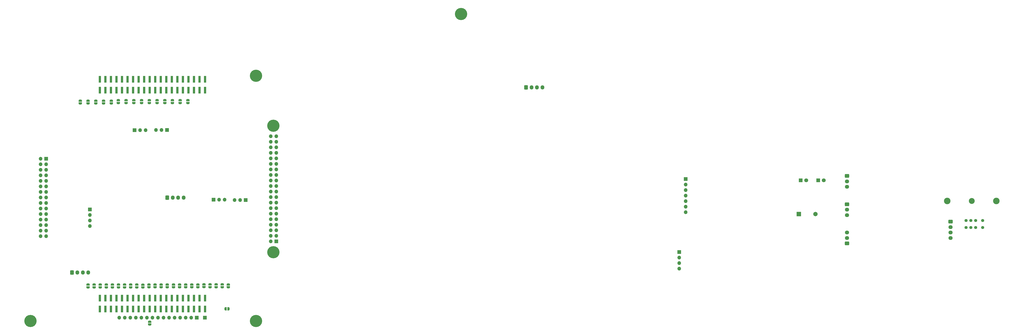
<source format=gbr>
%TF.GenerationSoftware,KiCad,Pcbnew,8.0.3-8.0.3-0~ubuntu22.04.1*%
%TF.CreationDate,2024-07-11T11:22:04+05:30*%
%TF.ProjectId,DUT_Interface_board_v0.2,4455545f-496e-4746-9572-666163655f62,rev?*%
%TF.SameCoordinates,Original*%
%TF.FileFunction,Soldermask,Bot*%
%TF.FilePolarity,Negative*%
%FSLAX46Y46*%
G04 Gerber Fmt 4.6, Leading zero omitted, Abs format (unit mm)*
G04 Created by KiCad (PCBNEW 8.0.3-8.0.3-0~ubuntu22.04.1) date 2024-07-11 11:22:04*
%MOMM*%
%LPD*%
G01*
G04 APERTURE LIST*
G04 Aperture macros list*
%AMRoundRect*
0 Rectangle with rounded corners*
0 $1 Rounding radius*
0 $2 $3 $4 $5 $6 $7 $8 $9 X,Y pos of 4 corners*
0 Add a 4 corners polygon primitive as box body*
4,1,4,$2,$3,$4,$5,$6,$7,$8,$9,$2,$3,0*
0 Add four circle primitives for the rounded corners*
1,1,$1+$1,$2,$3*
1,1,$1+$1,$4,$5*
1,1,$1+$1,$6,$7*
1,1,$1+$1,$8,$9*
0 Add four rect primitives between the rounded corners*
20,1,$1+$1,$2,$3,$4,$5,0*
20,1,$1+$1,$4,$5,$6,$7,0*
20,1,$1+$1,$6,$7,$8,$9,0*
20,1,$1+$1,$8,$9,$2,$3,0*%
%AMFreePoly0*
4,1,19,0.500000,-0.750000,0.000000,-0.750000,0.000000,-0.744911,-0.071157,-0.744911,-0.207708,-0.704816,-0.327430,-0.627875,-0.420627,-0.520320,-0.479746,-0.390866,-0.500000,-0.250000,-0.500000,0.250000,-0.479746,0.390866,-0.420627,0.520320,-0.327430,0.627875,-0.207708,0.704816,-0.071157,0.744911,0.000000,0.744911,0.000000,0.750000,0.500000,0.750000,0.500000,-0.750000,0.500000,-0.750000,
$1*%
%AMFreePoly1*
4,1,19,0.000000,0.744911,0.071157,0.744911,0.207708,0.704816,0.327430,0.627875,0.420627,0.520320,0.479746,0.390866,0.500000,0.250000,0.500000,-0.250000,0.479746,-0.390866,0.420627,-0.520320,0.327430,-0.627875,0.207708,-0.704816,0.071157,-0.744911,0.000000,-0.744911,0.000000,-0.750000,-0.500000,-0.750000,-0.500000,0.750000,0.000000,0.750000,0.000000,0.744911,0.000000,0.744911,
$1*%
G04 Aperture macros list end*
%ADD10RoundRect,0.250000X-0.600000X-0.725000X0.600000X-0.725000X0.600000X0.725000X-0.600000X0.725000X0*%
%ADD11O,1.700000X1.950000*%
%ADD12C,1.400000*%
%ADD13C,5.600000*%
%ADD14R,1.700000X1.700000*%
%ADD15O,1.700000X1.700000*%
%ADD16R,1.800000X1.800000*%
%ADD17C,1.800000*%
%ADD18RoundRect,0.250000X-0.725000X0.600000X-0.725000X-0.600000X0.725000X-0.600000X0.725000X0.600000X0*%
%ADD19O,1.950000X1.700000*%
%ADD20C,2.700000*%
%ADD21C,3.000000*%
%ADD22RoundRect,0.250000X0.725000X-0.600000X0.725000X0.600000X-0.725000X0.600000X-0.725000X-0.600000X0*%
%ADD23R,2.000000X2.000000*%
%ADD24C,2.000000*%
%ADD25FreePoly0,270.000000*%
%ADD26FreePoly1,270.000000*%
%ADD27R,1.000000X3.150000*%
%ADD28FreePoly0,90.000000*%
%ADD29FreePoly1,90.000000*%
%ADD30FreePoly0,180.000000*%
%ADD31FreePoly1,180.000000*%
G04 APERTURE END LIST*
D10*
%TO.C,J17*%
X110950000Y-125310000D03*
D11*
X113450000Y-125310000D03*
X115950000Y-125310000D03*
X118450000Y-125310000D03*
%TD*%
D12*
%TO.C,K1*%
X528700000Y-101500000D03*
X525500000Y-101500000D03*
X523300000Y-101500000D03*
X521100000Y-101500000D03*
X521100000Y-104700000D03*
X523300000Y-104700000D03*
X525500000Y-104700000D03*
X528700000Y-104700000D03*
%TD*%
D10*
%TO.C,J10*%
X319292500Y-40320000D03*
D11*
X321792500Y-40320000D03*
X324292500Y-40320000D03*
X326792500Y-40320000D03*
%TD*%
D13*
%TO.C,H1*%
X289468000Y-6606600D03*
%TD*%
D10*
%TO.C,J19*%
X154679000Y-90982800D03*
D11*
X157179000Y-90982800D03*
X159679000Y-90982800D03*
X162179000Y-90982800D03*
%TD*%
D14*
%TO.C,J5*%
X99160000Y-73090000D03*
D15*
X96620000Y-73090000D03*
X99160000Y-75630000D03*
X96620000Y-75630000D03*
X99160000Y-78170000D03*
X96620000Y-78170000D03*
X99160000Y-80710000D03*
X96620000Y-80710000D03*
X99160000Y-83250000D03*
X96620000Y-83250000D03*
X99160000Y-85790000D03*
X96620000Y-85790000D03*
X99160000Y-88330000D03*
X96620000Y-88330000D03*
X99160000Y-90870000D03*
X96620000Y-90870000D03*
X99160000Y-93410000D03*
X96620000Y-93410000D03*
X99160000Y-95950000D03*
X96620000Y-95950000D03*
X99160000Y-98490000D03*
X96620000Y-98490000D03*
X99160000Y-101030000D03*
X96620000Y-101030000D03*
X99160000Y-103570000D03*
X96620000Y-103570000D03*
X99160000Y-106110000D03*
X96620000Y-106110000D03*
X99160000Y-108650000D03*
X96620000Y-108650000D03*
%TD*%
D13*
%TO.C,H2*%
X203395000Y-116030000D03*
%TD*%
%TO.C,H3*%
X203370000Y-57928221D03*
%TD*%
%TO.C,H5*%
X195376800Y-147574000D03*
%TD*%
D14*
%TO.C,J4*%
X204670000Y-111070000D03*
D15*
X202130000Y-111070000D03*
X204670000Y-108530000D03*
X202130000Y-108530000D03*
X204670000Y-105990000D03*
X202130000Y-105990000D03*
X204670000Y-103450000D03*
X202130000Y-103450000D03*
X204670000Y-100910000D03*
X202130000Y-100910000D03*
X204670000Y-98370000D03*
X202130000Y-98370000D03*
X204670000Y-95830000D03*
X202130000Y-95830000D03*
X204670000Y-93290000D03*
X202130000Y-93290000D03*
X204670000Y-90750000D03*
X202130000Y-90750000D03*
X204670000Y-88210000D03*
X202130000Y-88210000D03*
X204670000Y-85670000D03*
X202130000Y-85670000D03*
X204670000Y-83130000D03*
X202130000Y-83130000D03*
X204670000Y-80590000D03*
X202130000Y-80590000D03*
X204670000Y-78050000D03*
X202130000Y-78050000D03*
X204670000Y-75510000D03*
X202130000Y-75510000D03*
X204670000Y-72970000D03*
X202130000Y-72970000D03*
X204670000Y-70430000D03*
X202130000Y-70430000D03*
X204670000Y-67890000D03*
X202130000Y-67890000D03*
X204670000Y-65350000D03*
X202130000Y-65350000D03*
X204670000Y-62810000D03*
X202130000Y-62810000D03*
%TD*%
D14*
%TO.C,J18*%
X154622000Y-59847800D03*
D15*
X152082000Y-59847800D03*
X149542000Y-59847800D03*
%TD*%
D16*
%TO.C,D5*%
X445285000Y-83000000D03*
D17*
X447825000Y-83000000D03*
%TD*%
D14*
%TO.C,J22*%
X171907200Y-146100800D03*
%TD*%
%TO.C,J3*%
X389500000Y-115960000D03*
D15*
X389500000Y-118500000D03*
X389500000Y-121040000D03*
X389500000Y-123580000D03*
%TD*%
D13*
%TO.C,H6*%
X195376800Y-35026600D03*
%TD*%
%TO.C,H4*%
X91948000Y-147574000D03*
%TD*%
D14*
%TO.C,J24*%
X139692000Y-59997800D03*
D15*
X142232000Y-59997800D03*
X144772000Y-59997800D03*
%TD*%
D14*
%TO.C,J23*%
X175964900Y-91918600D03*
D15*
X178504900Y-91918600D03*
X181044900Y-91918600D03*
%TD*%
D14*
%TO.C,J1*%
X119204600Y-96413400D03*
D15*
X119204600Y-98953400D03*
X119204600Y-101493400D03*
X119204600Y-104033400D03*
%TD*%
D14*
%TO.C,J9*%
X168182000Y-146100800D03*
D15*
X165642000Y-146100800D03*
X163102000Y-146100800D03*
X160562000Y-146100800D03*
X158022000Y-146100800D03*
X155482000Y-146100800D03*
X152942000Y-146100800D03*
X150402000Y-146100800D03*
X147862000Y-146100800D03*
X145322000Y-146100800D03*
X142782000Y-146100800D03*
X140242000Y-146100800D03*
X137702000Y-146100800D03*
X135162000Y-146100800D03*
X132622000Y-146100800D03*
%TD*%
D18*
%TO.C,J12*%
X466500000Y-94000000D03*
D19*
X466500000Y-96500000D03*
X466500000Y-99000000D03*
%TD*%
D16*
%TO.C,D6*%
X453285000Y-83000000D03*
D17*
X455825000Y-83000000D03*
%TD*%
D14*
%TO.C,J16*%
X190642400Y-92033600D03*
D15*
X188102400Y-92033600D03*
X185562400Y-92033600D03*
%TD*%
D18*
%TO.C,J2*%
X514000000Y-102000000D03*
D19*
X514000000Y-104500000D03*
X514000000Y-107000000D03*
X514000000Y-109500000D03*
%TD*%
D20*
%TO.C,F1*%
X523750000Y-92500000D03*
D21*
X535000000Y-92500000D03*
X512500000Y-92500000D03*
%TD*%
D14*
%TO.C,J6*%
X392542500Y-82425000D03*
D15*
X392542500Y-84965000D03*
X392542500Y-87505000D03*
X392542500Y-90045000D03*
X392542500Y-92585000D03*
X392542500Y-95125000D03*
X392542500Y-97665000D03*
%TD*%
D22*
%TO.C,J11*%
X466500000Y-112000000D03*
D19*
X466500000Y-109500000D03*
X466500000Y-107000000D03*
%TD*%
D18*
%TO.C,J13*%
X466500000Y-81000000D03*
D19*
X466500000Y-83500000D03*
X466500000Y-86000000D03*
%TD*%
D23*
%TO.C,BZ1*%
X444423431Y-98470000D03*
D24*
X452023431Y-98470000D03*
%TD*%
D25*
%TO.C,JP51*%
X129548544Y-130860800D03*
D26*
X129548544Y-132160800D03*
%TD*%
D27*
%TO.C,J14*%
X171986000Y-142117600D03*
X171986000Y-137067600D03*
X169446000Y-142117600D03*
X169446000Y-137067600D03*
X166906000Y-142117600D03*
X166906000Y-137067600D03*
X164366000Y-142117600D03*
X164366000Y-137067600D03*
X161826000Y-142117600D03*
X161826000Y-137067600D03*
X159286000Y-142117600D03*
X159286000Y-137067600D03*
X156746000Y-142117600D03*
X156746000Y-137067600D03*
X154206000Y-142117600D03*
X154206000Y-137067600D03*
X151666000Y-142117600D03*
X151666000Y-137067600D03*
X149126000Y-142117600D03*
X149126000Y-137067600D03*
X146586000Y-142117600D03*
X146586000Y-137067600D03*
X144046000Y-142117600D03*
X144046000Y-137067600D03*
X141506000Y-142117600D03*
X141506000Y-137067600D03*
X138966000Y-142117600D03*
X138966000Y-137067600D03*
X136426000Y-142117600D03*
X136426000Y-137067600D03*
X133886000Y-142117600D03*
X133886000Y-137067600D03*
X131346000Y-142117600D03*
X131346000Y-137067600D03*
X128806000Y-142117600D03*
X128806000Y-137067600D03*
X126266000Y-142117600D03*
X126266000Y-137067600D03*
X123726000Y-142117600D03*
X123726000Y-137067600D03*
%TD*%
D25*
%TO.C,JP75*%
X168694448Y-130804200D03*
D26*
X168694448Y-132104200D03*
%TD*%
D28*
%TO.C,JP60*%
X149982400Y-47502600D03*
D29*
X149982400Y-46202600D03*
%TD*%
D28*
%TO.C,JP58*%
X157082400Y-47502600D03*
D29*
X157082400Y-46202600D03*
%TD*%
D28*
%TO.C,JP66*%
X129033400Y-47731200D03*
D29*
X129033400Y-46431200D03*
%TD*%
D28*
%TO.C,JP68*%
X121933400Y-47731200D03*
D29*
X121933400Y-46431200D03*
%TD*%
D28*
%TO.C,JP67*%
X125483400Y-47731200D03*
D29*
X125483400Y-46431200D03*
%TD*%
D25*
%TO.C,JP80*%
X154713768Y-130814600D03*
D26*
X154713768Y-132114600D03*
%TD*%
D28*
%TO.C,JP56*%
X164182400Y-47502600D03*
D29*
X164182400Y-46202600D03*
%TD*%
D28*
%TO.C,JP65*%
X132232400Y-47502600D03*
D29*
X132232400Y-46202600D03*
%TD*%
D25*
%TO.C,JP55*%
X118364000Y-130860800D03*
D26*
X118364000Y-132160800D03*
%TD*%
D25*
%TO.C,JP49*%
X135140816Y-130860800D03*
D26*
X135140816Y-132160800D03*
%TD*%
D27*
%TO.C,J15*%
X171986000Y-41617600D03*
X171986000Y-36567600D03*
X169446000Y-41617600D03*
X169446000Y-36567600D03*
X166906000Y-41617600D03*
X166906000Y-36567600D03*
X164366000Y-41617600D03*
X164366000Y-36567600D03*
X161826000Y-41617600D03*
X161826000Y-36567600D03*
X159286000Y-41617600D03*
X159286000Y-36567600D03*
X156746000Y-41617600D03*
X156746000Y-36567600D03*
X154206000Y-41617600D03*
X154206000Y-36567600D03*
X151666000Y-41617600D03*
X151666000Y-36567600D03*
X149126000Y-41617600D03*
X149126000Y-36567600D03*
X146586000Y-41617600D03*
X146586000Y-36567600D03*
X144046000Y-41617600D03*
X144046000Y-36567600D03*
X141506000Y-41617600D03*
X141506000Y-36567600D03*
X138966000Y-41617600D03*
X138966000Y-36567600D03*
X136426000Y-41617600D03*
X136426000Y-36567600D03*
X133886000Y-41617600D03*
X133886000Y-36567600D03*
X131346000Y-41617600D03*
X131346000Y-36567600D03*
X128806000Y-41617600D03*
X128806000Y-36567600D03*
X126266000Y-41617600D03*
X126266000Y-36567600D03*
X123726000Y-41617600D03*
X123726000Y-36567600D03*
%TD*%
D30*
%TO.C,JP16*%
X182753000Y-142011400D03*
D31*
X181453000Y-142011400D03*
%TD*%
D25*
%TO.C,JP78*%
X160306040Y-130814600D03*
D26*
X160306040Y-132114600D03*
%TD*%
D28*
%TO.C,JP15*%
X146608800Y-149255000D03*
D29*
X146608800Y-147955000D03*
%TD*%
D28*
%TO.C,JP57*%
X160632400Y-47502600D03*
D29*
X160632400Y-46202600D03*
%TD*%
D25*
%TO.C,JP71*%
X182675128Y-130799600D03*
D26*
X182675128Y-132099600D03*
%TD*%
D25*
%TO.C,JP87*%
X146325360Y-130814600D03*
D26*
X146325360Y-132114600D03*
%TD*%
D25*
%TO.C,JP86*%
X149121496Y-130814600D03*
D26*
X149121496Y-132114600D03*
%TD*%
D25*
%TO.C,JP54*%
X121160136Y-130860800D03*
D26*
X121160136Y-132160800D03*
%TD*%
D25*
%TO.C,JP72*%
X179878992Y-130789200D03*
D26*
X179878992Y-132089200D03*
%TD*%
D25*
%TO.C,JP73*%
X177082856Y-130789200D03*
D26*
X177082856Y-132089200D03*
%TD*%
D28*
%TO.C,JP59*%
X153532400Y-47502600D03*
D29*
X153532400Y-46202600D03*
%TD*%
D28*
%TO.C,JP61*%
X146432400Y-47502600D03*
D29*
X146432400Y-46202600D03*
%TD*%
D25*
%TO.C,JP85*%
X143529224Y-130911600D03*
D26*
X143529224Y-132211600D03*
%TD*%
D28*
%TO.C,JP70*%
X114833400Y-47731200D03*
D29*
X114833400Y-46431200D03*
%TD*%
D28*
%TO.C,JP62*%
X142882400Y-47502600D03*
D29*
X142882400Y-46202600D03*
%TD*%
D25*
%TO.C,JP50*%
X132344680Y-130860800D03*
D26*
X132344680Y-132160800D03*
%TD*%
D25*
%TO.C,JP53*%
X123956272Y-130860800D03*
D26*
X123956272Y-132160800D03*
%TD*%
D28*
%TO.C,JP63*%
X139332400Y-47502600D03*
D29*
X139332400Y-46202600D03*
%TD*%
D25*
%TO.C,JP52*%
X126752408Y-130860800D03*
D26*
X126752408Y-132160800D03*
%TD*%
D25*
%TO.C,JP14*%
X171490584Y-130763800D03*
D26*
X171490584Y-132063800D03*
%TD*%
D25*
%TO.C,JP77*%
X163102176Y-130814600D03*
D26*
X163102176Y-132114600D03*
%TD*%
D25*
%TO.C,JP74*%
X174286720Y-130789200D03*
D26*
X174286720Y-132089200D03*
%TD*%
D25*
%TO.C,JP81*%
X151917632Y-130814600D03*
D26*
X151917632Y-132114600D03*
%TD*%
D25*
%TO.C,JP76*%
X165898312Y-130804200D03*
D26*
X165898312Y-132104200D03*
%TD*%
D28*
%TO.C,JP69*%
X118383400Y-47731200D03*
D29*
X118383400Y-46431200D03*
%TD*%
D25*
%TO.C,JP48*%
X137936952Y-130860800D03*
D26*
X137936952Y-132160800D03*
%TD*%
D25*
%TO.C,JP79*%
X157509904Y-130814600D03*
D26*
X157509904Y-132114600D03*
%TD*%
D25*
%TO.C,JP47*%
X140733088Y-130860800D03*
D26*
X140733088Y-132160800D03*
%TD*%
D28*
%TO.C,JP64*%
X135782400Y-47502600D03*
D29*
X135782400Y-46202600D03*
%TD*%
M02*

</source>
